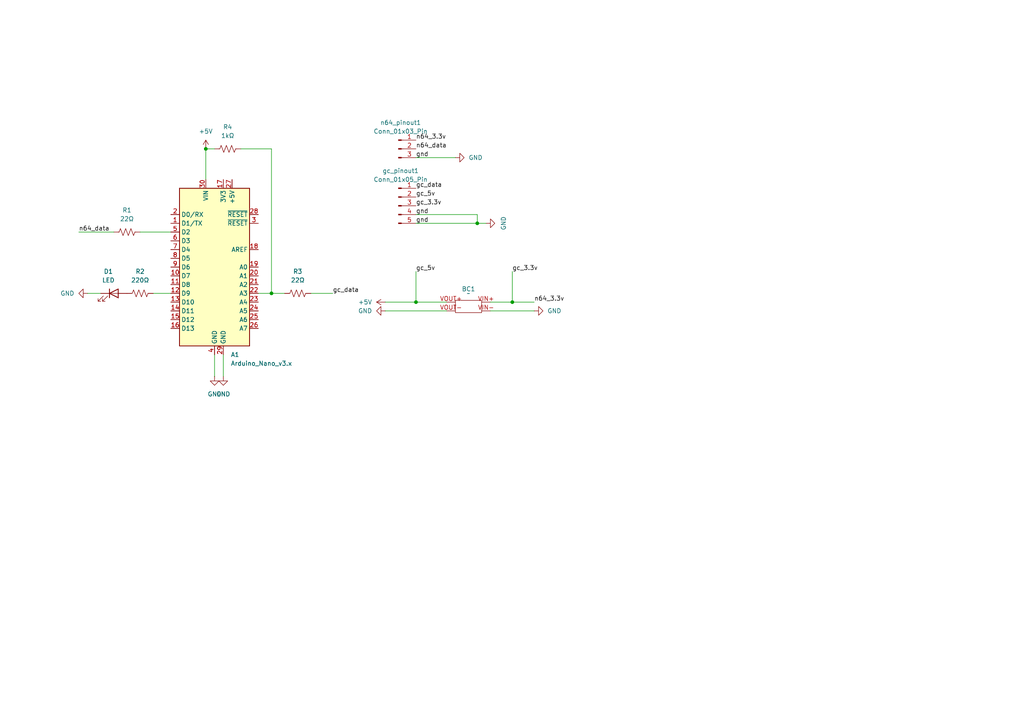
<source format=kicad_sch>
(kicad_sch (version 20250114) (generator "eeschema") (generator_version "9.0")
  (paper "A4")
  (lib_symbols
    (symbol "Connector:Conn_01x03_Pin" (pin_names (offset 1.016) (hide yes))
      (property "Reference" "J" (at 0 5.08 0))
      (property "Value" "Conn_01x03_Pin" (at 0 -5.08 0))
      (symbol "Conn_01x03_Pin_1_1"
        (rectangle (start 0.8636 2.667) (end 0 2.413) (stroke (width 0.1524)) (fill (type outline)))
        (rectangle (start 0.8636 0.127) (end 0 -0.127) (stroke (width 0.1524)) (fill (type outline)))
        (rectangle (start 0.8636 -2.413) (end 0 -2.667) (stroke (width 0.1524)) (fill (type outline)))
        (polyline (pts (xy 1.27 2.54) (xy 0.8636 2.54)) (stroke (width 0.1524)))
        (polyline (pts (xy 1.27 0) (xy 0.8636 0)) (stroke (width 0.1524)))
        (polyline (pts (xy 1.27 -2.54) (xy 0.8636 -2.54)) (stroke (width 0.1524)))
        (pin passive line (at 5.08 2.54 180) (length 3.81) (name "Pin_1") (number "1"))
        (pin passive line (at 5.08 0 180) (length 3.81) (name "Pin_2") (number "2"))
        (pin passive line (at 5.08 -2.54 180) (length 3.81) (name "Pin_3") (number "3"))
      )
    )
    (symbol "Connector:Conn_01x05_Pin" (pin_names (offset 1.016) (hide yes))
      (property "Reference" "J" (at 0 7.62 0))
      (property "Value" "Conn_01x05_Pin" (at 0 -7.62 0))
      (symbol "Conn_01x05_Pin_1_1"
        (rectangle (start 0.8636 5.207) (end 0 4.953) (stroke (width 0.1524)) (fill (type outline)))
        (rectangle (start 0.8636 2.667) (end 0 2.413) (stroke (width 0.1524)) (fill (type outline)))
        (rectangle (start 0.8636 0.127) (end 0 -0.127) (stroke (width 0.1524)) (fill (type outline)))
        (rectangle (start 0.8636 -2.413) (end 0 -2.667) (stroke (width 0.1524)) (fill (type outline)))
        (rectangle (start 0.8636 -4.953) (end 0 -5.207) (stroke (width 0.1524)) (fill (type outline)))
        (polyline (pts (xy 1.27 5.08) (xy 0.8636 5.08)) (stroke (width 0.1524)))
        (polyline (pts (xy 1.27 2.54) (xy 0.8636 2.54)) (stroke (width 0.1524)))
        (polyline (pts (xy 1.27 0) (xy 0.8636 0)) (stroke (width 0.1524)))
        (polyline (pts (xy 1.27 -2.54) (xy 0.8636 -2.54)) (stroke (width 0.1524)))
        (polyline (pts (xy 1.27 -5.08) (xy 0.8636 -5.08)) (stroke (width 0.1524)))
        (pin passive line (at 5.08 5.08 180) (length 3.81) (name "Pin_1") (number "1"))
        (pin passive line (at 5.08 2.54 180) (length 3.81) (name "Pin_2") (number "2"))
        (pin passive line (at 5.08 0 180) (length 3.81) (name "Pin_3") (number "3"))
        (pin passive line (at 5.08 -2.54 180) (length 3.81) (name "Pin_4") (number "4"))
        (pin passive line (at 5.08 -5.08 180) (length 3.81) (name "Pin_5") (number "5"))
      )
    )
    (symbol "Device:LED" (pin_numbers (hide yes)) (pin_names (offset 1.016) (hide yes))
      (property "Reference" "D" (at 0 2.54 0))
      (property "Value" "LED" (at 0 -2.54 0))
      (symbol "LED_0_1"
        (polyline (pts (xy -3.048 -0.762) (xy -4.572 -2.286) (xy -3.81 -2.286) (xy -4.572 -2.286) (xy -4.572 -1.524)))
        (polyline (pts (xy -1.778 -0.762) (xy -3.302 -2.286) (xy -2.54 -2.286) (xy -3.302 -2.286) (xy -3.302 -1.524)))
        (polyline (pts (xy -1.27 0) (xy 1.27 0)))
        (polyline (pts (xy -1.27 -1.27) (xy -1.27 1.27)) (stroke (width 0.254)))
        (polyline (pts (xy 1.27 -1.27) (xy 1.27 1.27) (xy -1.27 0) (xy 1.27 -1.27)) (stroke (width 0.254)))
      )
      (symbol "LED_1_1"
        (pin passive line (at -3.81 0 0) (length 2.54) (name "K") (number "1"))
        (pin passive line (at 3.81 0 180) (length 2.54) (name "A") (number "2"))
      )
    )
    (symbol "Device:R_US" (pin_numbers (hide yes)) (pin_names (offset 0))
      (property "Reference" "R" (at 2.54 0 90))
      (property "Value" "R_US" (at -2.54 0 90))
      (symbol "R_US_0_1"
        (polyline (pts (xy 0 2.286) (xy 0 2.54)))
        (polyline (pts (xy 0 2.286) (xy 1.016 1.905) (xy 0 1.524) (xy -1.016 1.143) (xy 0 0.762)))
        (polyline (pts (xy 0 0.762) (xy 1.016 0.381) (xy 0 0) (xy -1.016 -0.381) (xy 0 -0.762)))
        (polyline (pts (xy 0 -0.762) (xy 1.016 -1.143) (xy 0 -1.524) (xy -1.016 -1.905) (xy 0 -2.286)))
        (polyline (pts (xy 0 -2.286) (xy 0 -2.54)))
      )
      (symbol "R_US_1_1"
        (pin passive line (at 0 3.81 270) (length 1.27) (name "~") (number "1"))
        (pin passive line (at 0 -3.81 90) (length 1.27) (name "~") (number "2"))
      )
    )
    (symbol "MCU_Module:Arduino_Nano_v3.x"
      (property "Reference" "A" (at -10.16 23.495 0))
      (property "Value" "Arduino_Nano_v3.x" (at 5.08 -24.13 0))
      (symbol "Arduino_Nano_v3.x_0_1"
        (rectangle (start -10.16 22.86) (end 10.16 -22.86) (stroke (width 0.254)) (fill (type background)))
      )
      (symbol "Arduino_Nano_v3.x_1_1"
        (pin bidirectional line (at -12.7 15.24 0) (length 2.54) (name "D0/RX") (number "2"))
        (pin bidirectional line (at -12.7 12.7 0) (length 2.54) (name "D1/TX") (number "1"))
        (pin bidirectional line (at -12.7 10.16 0) (length 2.54) (name "D2") (number "5"))
        (pin bidirectional line (at -12.7 7.62 0) (length 2.54) (name "D3") (number "6"))
        (pin bidirectional line (at -12.7 5.08 0) (length 2.54) (name "D4") (number "7"))
        (pin bidirectional line (at -12.7 2.54 0) (length 2.54) (name "D5") (number "8"))
        (pin bidirectional line (at -12.7 0 0) (length 2.54) (name "D6") (number "9"))
        (pin bidirectional line (at -12.7 -2.54 0) (length 2.54) (name "D7") (number "10"))
        (pin bidirectional line (at -12.7 -5.08 0) (length 2.54) (name "D8") (number "11"))
        (pin bidirectional line (at -12.7 -7.62 0) (length 2.54) (name "D9") (number "12"))
        (pin bidirectional line (at -12.7 -10.16 0) (length 2.54) (name "D10") (number "13"))
        (pin bidirectional line (at -12.7 -12.7 0) (length 2.54) (name "D11") (number "14"))
        (pin bidirectional line (at -12.7 -15.24 0) (length 2.54) (name "D12") (number "15"))
        (pin bidirectional line (at -12.7 -17.78 0) (length 2.54) (name "D13") (number "16"))
        (pin power_in line (at -2.54 25.4 270) (length 2.54) (name "VIN") (number "30"))
        (pin power_in line (at 0 -25.4 90) (length 2.54) (name "GND") (number "4"))
        (pin power_out line (at 2.54 25.4 270) (length 2.54) (name "3V3") (number "17"))
        (pin power_in line (at 2.54 -25.4 90) (length 2.54) (name "GND") (number "29"))
        (pin power_out line (at 5.08 25.4 270) (length 2.54) (name "+5V") (number "27"))
        (pin input line (at 12.7 15.24 180) (length 2.54) (name "~{RESET}") (number "28"))
        (pin input line (at 12.7 12.7 180) (length 2.54) (name "~{RESET}") (number "3"))
        (pin input line (at 12.7 5.08 180) (length 2.54) (name "AREF") (number "18"))
        (pin bidirectional line (at 12.7 0 180) (length 2.54) (name "A0") (number "19"))
        (pin bidirectional line (at 12.7 -2.54 180) (length 2.54) (name "A1") (number "20"))
        (pin bidirectional line (at 12.7 -5.08 180) (length 2.54) (name "A2") (number "21"))
        (pin bidirectional line (at 12.7 -7.62 180) (length 2.54) (name "A3") (number "22"))
        (pin bidirectional line (at 12.7 -10.16 180) (length 2.54) (name "A4") (number "23"))
        (pin bidirectional line (at 12.7 -12.7 180) (length 2.54) (name "A5") (number "24"))
        (pin bidirectional line (at 12.7 -15.24 180) (length 2.54) (name "A6") (number "25"))
        (pin bidirectional line (at 12.7 -17.78 180) (length 2.54) (name "A7") (number "26"))
      )
    )
    (symbol "boost_converter:BC_MT3608_breakout_1"
      (property "Reference" "BC" (at -2.286 4.318 0))
      (symbol "BC_MT3608_breakout_1_0_1"
        (rectangle (start -3.81 1.778) (end 3.81 -1.778))
      )
      (symbol "BC_MT3608_breakout_1_1_1"
        (pin output line (at -6.35 1.27 0) (length 2.54) (name "") (number "VOUT+"))
        (pin output line (at -6.35 -1.27 0) (length 2.54) (name "") (number "VOUT-"))
        (pin input line (at 6.35 1.27 180) (length 2.54) (name "") (number "VIN+"))
        (pin input line (at 6.35 -1.27 180) (length 2.54) (name "") (number "VIN-"))
      )
    )
    (symbol "power:+5V" (power) (pin_numbers (hide yes)) (pin_names (offset 0) (hide yes))
      (property "Value" "+5V" (at 0 3.556 0))
      (symbol "+5V_0_1"
        (polyline (pts (xy -0.762 1.27) (xy 0 2.54)))
        (polyline (pts (xy 0 2.54) (xy 0.762 1.27)))
        (polyline (pts (xy 0 0) (xy 0 2.54)))
      )
      (symbol "+5V_1_1"
        (pin power_in line (at 0 0 90) (length 0) (name "~") (number "1"))
      )
    )
    (symbol "power:GND" (power) (pin_numbers (hide yes)) (pin_names (offset 0) (hide yes))
      (property "Value" "GND" (at 0 -3.81 0))
      (symbol "GND_0_1"
        (polyline (pts (xy 0 0) (xy 0 -1.27) (xy 1.27 -1.27) (xy 0 -2.54) (xy -1.27 -1.27) (xy 0 -1.27)))
      )
      (symbol "GND_1_1"
        (pin power_in line (at 0 0 270) (length 0) (name "~") (number "1"))
      )
    )
  )
  (junction (at 148.59 87.63))
  (junction (at 59.69 43.18))
  (junction (at 120.65 87.63))
  (junction (at 138.43 64.77))
  (junction (at 78.74 85.09))
  (wire (pts (xy 142.24 87.63) (xy 148.59 87.63)))
  (wire (pts (xy 62.23 102.87) (xy 62.23 109.22)))
  (wire (pts (xy 111.76 90.17) (xy 129.54 90.17)))
  (wire (pts (xy 120.65 45.72) (xy 132.08 45.72)))
  (wire (pts (xy 120.65 62.23) (xy 138.43 62.23)))
  (wire (pts (xy 148.59 78.74) (xy 148.59 87.63)))
  (wire (pts (xy 25.4 85.09) (xy 29.21 85.09)))
  (wire (pts (xy 59.69 43.18) (xy 59.69 52.07)))
  (wire (pts (xy 96.52 85.09) (xy 90.17 85.09)))
  (wire (pts (xy 44.45 85.09) (xy 49.53 85.09)))
  (wire (pts (xy 120.65 64.77) (xy 138.43 64.77)))
  (wire (pts (xy 120.65 87.63) (xy 129.54 87.63)))
  (wire (pts (xy 69.85 43.18) (xy 78.74 43.18)))
  (wire (pts (xy 64.77 102.87) (xy 64.77 109.22)))
  (wire (pts (xy 148.59 87.63) (xy 154.94 87.63)))
  (wire (pts (xy 62.23 43.18) (xy 59.69 43.18)))
  (wire (pts (xy 78.74 85.09) (xy 82.55 85.09)))
  (wire (pts (xy 111.76 87.63) (xy 120.65 87.63)))
  (wire (pts (xy 22.86 67.31) (xy 33.02 67.31)))
  (wire (pts (xy 120.65 78.74) (xy 120.65 87.63)))
  (wire (pts (xy 140.97 64.77) (xy 138.43 64.77)))
  (wire (pts (xy 74.93 85.09) (xy 78.74 85.09)))
  (wire (pts (xy 78.74 85.09) (xy 78.74 43.18)))
  (wire (pts (xy 142.24 90.17) (xy 154.94 90.17)))
  (wire (pts (xy 138.43 62.23) (xy 138.43 64.77)))
  (wire (pts (xy 40.64 67.31) (xy 49.53 67.31)))
  (label "gc_5v" (at 120.65 78.74 0))
  (label "gnd" (at 120.65 62.23 0))
  (label "gc_5v" (at 120.65 57.15 0))
  (label "gc_data" (at 96.52 85.09 0))
  (label "n64_data" (at 22.86 67.31 0))
  (label "gc_data" (at 120.65 54.61 0))
  (label "n64_3.3v" (at 120.65 40.64 0))
  (label "gc_3.3v" (at 148.59 78.74 0))
  (label "gc_3.3v" (at 120.65 59.69 0))
  (label "gnd" (at 120.65 45.72 0))
  (label "n64_data" (at 120.65 43.18 0))
  (label "n64_3.3v" (at 154.94 87.63 0))
  (label "gnd" (at 120.65 64.77 0))
  (symbol (lib_id "Connector:Conn_01x05_Pin") (at 115.57 59.69 0) (unit 1)
    (property "Reference" "gc_pinout1" (at 116.205 49.53 0))
    (property "Value" "Conn_01x05_Pin" (at 116.205 52.07 0))
    (property "Footprint" "Connector_PinSocket_2.54mm:PinSocket_1x05_P2.54mm_Vertical" (effects (hide yes)))
    (property "Description" "Generic connector, single row, 01x05, script generated" (effects (hide yes)))
  )
  (symbol (lib_id "boost_converter:BC_MT3608_breakout_1") (at 135.89 88.9 0) (unit 1)
    (property "Reference" "BC1" (at 135.89 83.82 0))
    (property "Value" "~" (at 135.89 85.09 0))
    (property "Footprint" "project_footprints:BC_boost_converter_MT3608_breakout" (effects (hide yes)))
  )
  (symbol (lib_id "power:GND") (at 62.23 109.22 0) (unit 1)
    (property "Reference" "#PWR02" (effects (hide yes)))
    (property "Value" "GND" (at 62.23 114.3 0))
    (property "Description" "Power symbol creates a global label with name \"GND\" , ground" (effects (hide yes)))
  )
  (symbol (lib_id "Device:R_US") (at 36.83 67.31 90) (unit 1)
    (property "Reference" "R1" (at 36.83 60.96 90))
    (property "Value" "22Ω" (at 36.83 63.5 90))
    (property "Footprint" "Resistor_THT:R_Axial_DIN0207_L6.3mm_D2.5mm_P10.16mm_Horizontal" (effects (hide yes)))
    (property "Description" "Resistor, US symbol" (effects (hide yes)))
  )
  (symbol (lib_id "power:GND") (at 64.77 109.22 0) (unit 1)
    (property "Reference" "#PWR05" (effects (hide yes)))
    (property "Value" "GND" (at 64.77 114.3 0))
    (property "Description" "Power symbol creates a global label with name \"GND\" , ground" (effects (hide yes)))
  )
  (symbol (lib_id "Device:R_US") (at 66.04 43.18 90) (unit 1)
    (property "Reference" "R4" (at 66.04 36.83 90))
    (property "Value" "1kΩ" (at 66.04 39.37 90))
    (property "Footprint" "Resistor_THT:R_Axial_DIN0207_L6.3mm_D2.5mm_P10.16mm_Horizontal" (effects (hide yes)))
    (property "Description" "Resistor, US symbol" (effects (hide yes)))
  )
  (symbol (lib_id "Device:LED") (at 33.02 85.09 0) (unit 1)
    (property "Reference" "D1" (at 31.4325 78.74 0))
    (property "Value" "LED" (at 31.4325 81.28 0))
    (property "Footprint" "LED_THT:LED_D5.0mm" (effects (hide yes)))
    (property "Description" "Light emitting diode" (effects (hide yes)))
    (property "Sim.Pins" "1=K 2=A" (effects (hide yes)))
  )
  (symbol (lib_id "MCU_Module:Arduino_Nano_v3.x") (at 62.23 77.47 0) (unit 1)
    (property "Reference" "A1" (at 66.9133 102.87 0) (effects (justify left)))
    (property "Value" "Arduino_Nano_v3.x" (at 66.9133 105.41 0) (effects (justify left)))
    (property "Footprint" "Module:Arduino_Nano" (effects (hide yes)))
    (property "Datasheet" "http://www.mouser.com/pdfdocs/Gravitech_Arduino_Nano3_0.pdf" (effects (hide yes)))
    (property "Description" "Arduino Nano v3.x" (effects (hide yes)))
  )
  (symbol (lib_id "Device:R_US") (at 86.36 85.09 90) (unit 1)
    (property "Reference" "R3" (at 86.36 78.74 90))
    (property "Value" "22Ω" (at 86.36 81.28 90))
    (property "Footprint" "Resistor_THT:R_Axial_DIN0207_L6.3mm_D2.5mm_P10.16mm_Horizontal" (effects (hide yes)))
    (property "Description" "Resistor, US symbol" (effects (hide yes)))
  )
  (symbol (lib_id "power:GND") (at 25.4 85.09 270) (unit 1)
    (property "Reference" "#PWR04" (effects (hide yes)))
    (property "Value" "GND" (at 21.59 85.0899 90) (effects (justify right)))
    (property "Description" "Power symbol creates a global label with name \"GND\" , ground" (effects (hide yes)))
  )
  (symbol (lib_id "power:GND") (at 154.94 90.17 90) (unit 1)
    (property "Reference" "#PWR06" (effects (hide yes)))
    (property "Value" "GND" (at 158.75 90.1699 90) (effects (justify right)))
    (property "Description" "Power symbol creates a global label with name \"GND\" , ground" (effects (hide yes)))
  )
  (symbol (lib_id "power:GND") (at 132.08 45.72 90) (unit 1)
    (property "Reference" "#PWR07" (effects (hide yes)))
    (property "Value" "GND" (at 135.89 45.7199 90) (effects (justify right)))
    (property "Description" "Power symbol creates a global label with name \"GND\" , ground" (effects (hide yes)))
  )
  (symbol (lib_id "power:+5V") (at 59.69 43.18 0) (unit 1)
    (property "Reference" "#PWR09" (effects (hide yes)))
    (property "Value" "+5V" (at 59.69 38.1 0))
    (property "Description" "Power symbol creates a global label with name \"+5V\"" (effects (hide yes)))
  )
  (symbol (lib_id "power:GND") (at 111.76 90.17 270) (unit 1)
    (property "Reference" "#PWR03" (effects (hide yes)))
    (property "Value" "GND" (at 107.95 90.1699 90) (effects (justify right)))
    (property "Description" "Power symbol creates a global label with name \"GND\" , ground" (effects (hide yes)))
  )
  (symbol (lib_id "power:+5V") (at 111.76 87.63 90) (unit 1)
    (property "Reference" "#PWR08" (effects (hide yes)))
    (property "Value" "+5V" (at 107.95 87.6299 90) (effects (justify left)))
    (property "Description" "Power symbol creates a global label with name \"+5V\"" (effects (hide yes)))
  )
  (symbol (lib_id "power:GND") (at 140.97 64.77 90) (unit 1)
    (property "Reference" "#PWR01" (effects (hide yes)))
    (property "Value" "GND" (at 146.05 64.77 0))
    (property "Description" "Power symbol creates a global label with name \"GND\" , ground" (effects (hide yes)))
  )
  (symbol (lib_id "Connector:Conn_01x03_Pin") (at 115.57 43.18 0) (unit 1)
    (property "Reference" "n64_pinout1" (at 116.205 35.56 0))
    (property "Value" "Conn_01x03_Pin" (at 116.205 38.1 0))
    (property "Footprint" "Connector_PinSocket_2.54mm:PinSocket_1x03_P2.54mm_Vertical" (effects (hide yes)))
    (property "Description" "Generic connector, single row, 01x03, script generated" (effects (hide yes)))
  )
  (symbol (lib_id "Device:R_US") (at 40.64 85.09 90) (unit 1)
    (property "Reference" "R2" (at 40.64 78.74 90))
    (property "Value" "220Ω" (at 40.64 81.28 90))
    (property "Footprint" "Resistor_THT:R_Axial_DIN0207_L6.3mm_D2.5mm_P10.16mm_Horizontal" (effects (hide yes)))
    (property "Description" "Resistor, US symbol" (effects (hide yes)))
  )
)
</source>
